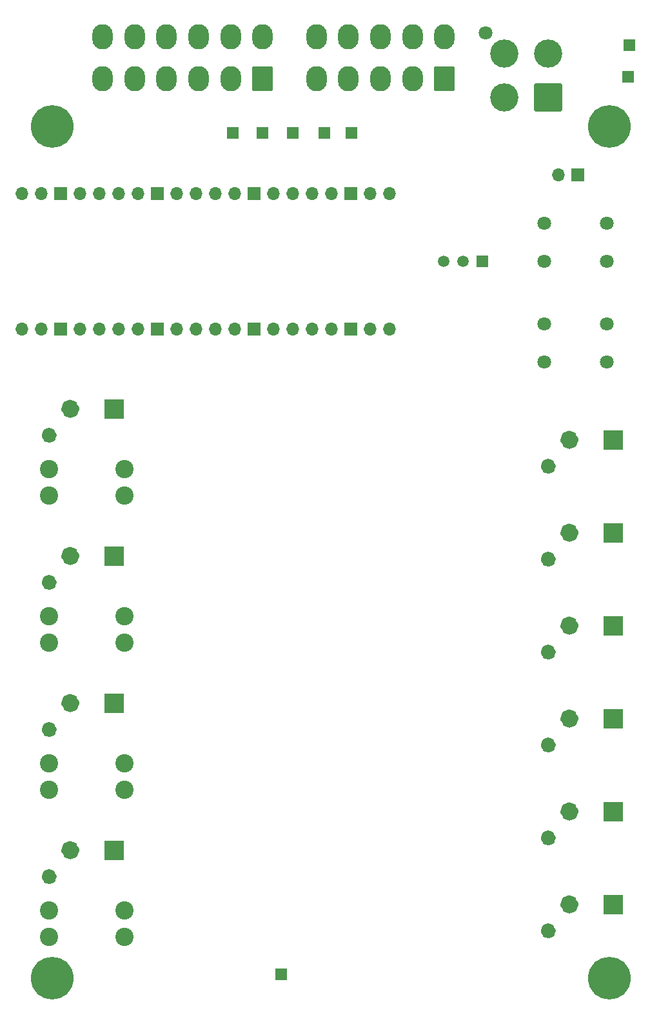
<source format=gbr>
%TF.GenerationSoftware,KiCad,Pcbnew,7.0.2*%
%TF.CreationDate,2023-09-23T20:32:53-04:00*%
%TF.ProjectId,Battery_Monitor_1.2,42617474-6572-4795-9f4d-6f6e69746f72,rev?*%
%TF.SameCoordinates,Original*%
%TF.FileFunction,Soldermask,Bot*%
%TF.FilePolarity,Negative*%
%FSLAX46Y46*%
G04 Gerber Fmt 4.6, Leading zero omitted, Abs format (unit mm)*
G04 Created by KiCad (PCBNEW 7.0.2) date 2023-09-23 20:32:53*
%MOMM*%
%LPD*%
G01*
G04 APERTURE LIST*
G04 Aperture macros list*
%AMRoundRect*
0 Rectangle with rounded corners*
0 $1 Rounding radius*
0 $2 $3 $4 $5 $6 $7 $8 $9 X,Y pos of 4 corners*
0 Add a 4 corners polygon primitive as box body*
4,1,4,$2,$3,$4,$5,$6,$7,$8,$9,$2,$3,0*
0 Add four circle primitives for the rounded corners*
1,1,$1+$1,$2,$3*
1,1,$1+$1,$4,$5*
1,1,$1+$1,$6,$7*
1,1,$1+$1,$8,$9*
0 Add four rect primitives between the rounded corners*
20,1,$1+$1,$2,$3,$4,$5,0*
20,1,$1+$1,$4,$5,$6,$7,0*
20,1,$1+$1,$6,$7,$8,$9,0*
20,1,$1+$1,$8,$9,$2,$3,0*%
G04 Aperture macros list end*
%ADD10C,0.010000*%
%ADD11C,1.226200*%
%ADD12C,0.976200*%
%ADD13R,1.500000X1.500000*%
%ADD14C,1.800000*%
%ADD15C,2.400000*%
%ADD16C,5.600000*%
%ADD17O,2.700000X3.300000*%
%ADD18RoundRect,0.250001X1.099999X1.399999X-1.099999X1.399999X-1.099999X-1.399999X1.099999X-1.399999X0*%
%ADD19O,1.700000X1.700000*%
%ADD20R,1.700000X1.700000*%
%ADD21C,1.508000*%
%ADD22R,1.508000X1.508000*%
%ADD23C,1.803400*%
%ADD24C,3.700000*%
%ADD25RoundRect,0.250002X1.599998X1.599998X-1.599998X1.599998X-1.599998X-1.599998X1.599998X-1.599998X0*%
G04 APERTURE END LIST*
%TO.C,J14*%
D10*
X89110200Y-146514200D02*
X86657800Y-146514200D01*
X86657800Y-144061800D01*
X89110200Y-144061800D01*
X89110200Y-146514200D01*
G36*
X89110200Y-146514200D02*
G01*
X86657800Y-146514200D01*
X86657800Y-144061800D01*
X89110200Y-144061800D01*
X89110200Y-146514200D01*
G37*
D11*
X82797100Y-145288000D02*
G75*
G03*
X82797100Y-145288000I-613100J0D01*
G01*
D12*
X79902100Y-148768000D02*
G75*
G03*
X79902100Y-148768000I-488100J0D01*
G01*
%TO.C,J15*%
D10*
X154642200Y-153626200D02*
X152189800Y-153626200D01*
X152189800Y-151173800D01*
X154642200Y-151173800D01*
X154642200Y-153626200D01*
G36*
X154642200Y-153626200D02*
G01*
X152189800Y-153626200D01*
X152189800Y-151173800D01*
X154642200Y-151173800D01*
X154642200Y-153626200D01*
G37*
D11*
X148329100Y-152400000D02*
G75*
G03*
X148329100Y-152400000I-613100J0D01*
G01*
D12*
X145434100Y-155880000D02*
G75*
G03*
X145434100Y-155880000I-488100J0D01*
G01*
%TO.C,J9*%
D10*
X154642200Y-92666200D02*
X152189800Y-92666200D01*
X152189800Y-90213800D01*
X154642200Y-90213800D01*
X154642200Y-92666200D01*
G36*
X154642200Y-92666200D02*
G01*
X152189800Y-92666200D01*
X152189800Y-90213800D01*
X154642200Y-90213800D01*
X154642200Y-92666200D01*
G37*
D11*
X148329100Y-91440000D02*
G75*
G03*
X148329100Y-91440000I-613100J0D01*
G01*
D12*
X145434100Y-94920000D02*
G75*
G03*
X145434100Y-94920000I-488100J0D01*
G01*
%TO.C,J12*%
D10*
X154642200Y-129242200D02*
X152189800Y-129242200D01*
X152189800Y-126789800D01*
X154642200Y-126789800D01*
X154642200Y-129242200D01*
G36*
X154642200Y-129242200D02*
G01*
X152189800Y-129242200D01*
X152189800Y-126789800D01*
X154642200Y-126789800D01*
X154642200Y-129242200D01*
G37*
D11*
X148329100Y-128016000D02*
G75*
G03*
X148329100Y-128016000I-613100J0D01*
G01*
D12*
X145434100Y-131496000D02*
G75*
G03*
X145434100Y-131496000I-488100J0D01*
G01*
%TO.C,J13*%
D10*
X154642200Y-117050200D02*
X152189800Y-117050200D01*
X152189800Y-114597800D01*
X154642200Y-114597800D01*
X154642200Y-117050200D01*
G36*
X154642200Y-117050200D02*
G01*
X152189800Y-117050200D01*
X152189800Y-114597800D01*
X154642200Y-114597800D01*
X154642200Y-117050200D01*
G37*
D11*
X148329100Y-115824000D02*
G75*
G03*
X148329100Y-115824000I-613100J0D01*
G01*
D12*
X145434100Y-119304000D02*
G75*
G03*
X145434100Y-119304000I-488100J0D01*
G01*
%TO.C,J10*%
D10*
X154642200Y-104858200D02*
X152189800Y-104858200D01*
X152189800Y-102405800D01*
X154642200Y-102405800D01*
X154642200Y-104858200D01*
G36*
X154642200Y-104858200D02*
G01*
X152189800Y-104858200D01*
X152189800Y-102405800D01*
X154642200Y-102405800D01*
X154642200Y-104858200D01*
G37*
D11*
X148329100Y-103632000D02*
G75*
G03*
X148329100Y-103632000I-613100J0D01*
G01*
D12*
X145434100Y-107112000D02*
G75*
G03*
X145434100Y-107112000I-488100J0D01*
G01*
%TO.C,J7*%
D10*
X89110200Y-107906200D02*
X86657800Y-107906200D01*
X86657800Y-105453800D01*
X89110200Y-105453800D01*
X89110200Y-107906200D01*
G36*
X89110200Y-107906200D02*
G01*
X86657800Y-107906200D01*
X86657800Y-105453800D01*
X89110200Y-105453800D01*
X89110200Y-107906200D01*
G37*
D11*
X82797100Y-106680000D02*
G75*
G03*
X82797100Y-106680000I-613100J0D01*
G01*
D12*
X79902100Y-110160000D02*
G75*
G03*
X79902100Y-110160000I-488100J0D01*
G01*
%TO.C,J11*%
D10*
X89110200Y-127210200D02*
X86657800Y-127210200D01*
X86657800Y-124757800D01*
X89110200Y-124757800D01*
X89110200Y-127210200D01*
G36*
X89110200Y-127210200D02*
G01*
X86657800Y-127210200D01*
X86657800Y-124757800D01*
X89110200Y-124757800D01*
X89110200Y-127210200D01*
G37*
D11*
X82797100Y-125984000D02*
G75*
G03*
X82797100Y-125984000I-613100J0D01*
G01*
D12*
X79902100Y-129464000D02*
G75*
G03*
X79902100Y-129464000I-488100J0D01*
G01*
%TO.C,J8*%
D10*
X89110200Y-88602200D02*
X86657800Y-88602200D01*
X86657800Y-86149800D01*
X89110200Y-86149800D01*
X89110200Y-88602200D01*
G36*
X89110200Y-88602200D02*
G01*
X86657800Y-88602200D01*
X86657800Y-86149800D01*
X89110200Y-86149800D01*
X89110200Y-88602200D01*
G37*
D11*
X82797100Y-87376000D02*
G75*
G03*
X82797100Y-87376000I-613100J0D01*
G01*
D12*
X79902100Y-90856000D02*
G75*
G03*
X79902100Y-90856000I-488100J0D01*
G01*
%TO.C,J16*%
D10*
X154642200Y-141434200D02*
X152189800Y-141434200D01*
X152189800Y-138981800D01*
X154642200Y-138981800D01*
X154642200Y-141434200D01*
G36*
X154642200Y-141434200D02*
G01*
X152189800Y-141434200D01*
X152189800Y-138981800D01*
X154642200Y-138981800D01*
X154642200Y-141434200D01*
G37*
D11*
X148329100Y-140208000D02*
G75*
G03*
X148329100Y-140208000I-613100J0D01*
G01*
D12*
X145434100Y-143688000D02*
G75*
G03*
X145434100Y-143688000I-488100J0D01*
G01*
%TD*%
D13*
%TO.C,TP6*%
X115570000Y-51181000D03*
%TD*%
D14*
%TO.C,J14*%
X79414000Y-148768000D03*
%TD*%
D13*
%TO.C,TP2*%
X107442000Y-51181000D03*
%TD*%
D15*
%TO.C,F3*%
X89288000Y-137336000D03*
X89288000Y-133936000D03*
X79368000Y-137336000D03*
X79368000Y-133936000D03*
%TD*%
D13*
%TO.C,TP5*%
X119126000Y-51181000D03*
%TD*%
D16*
%TO.C,H1*%
X79834003Y-50340997D03*
%TD*%
D13*
%TO.C,TP30*%
X109855000Y-161544000D03*
%TD*%
D17*
%TO.C,J1*%
X86442000Y-38569000D03*
X90642000Y-38569000D03*
X94842000Y-38569000D03*
X99042000Y-38569000D03*
X103242000Y-38569000D03*
X107442000Y-38569000D03*
X86442000Y-44069000D03*
X90642000Y-44069000D03*
X94842000Y-44069000D03*
X99042000Y-44069000D03*
X103242000Y-44069000D03*
D18*
X107442000Y-44069000D03*
%TD*%
D13*
%TO.C,TP3*%
X103505000Y-51181000D03*
%TD*%
D15*
%TO.C,F1*%
X89288000Y-98728000D03*
X89288000Y-95328000D03*
X79368000Y-98728000D03*
X79368000Y-95328000D03*
%TD*%
D14*
%TO.C,J15*%
X144946000Y-155880000D03*
%TD*%
D17*
%TO.C,J2*%
X114518000Y-38569000D03*
X118718000Y-38569000D03*
X122918000Y-38569000D03*
X127118000Y-38569000D03*
X131318000Y-38569000D03*
X114518000Y-44069000D03*
X118718000Y-44069000D03*
X122918000Y-44069000D03*
X127118000Y-44069000D03*
D18*
X131318000Y-44069000D03*
%TD*%
D16*
%TO.C,H4*%
X152986003Y-162100997D03*
%TD*%
D14*
%TO.C,J9*%
X144946000Y-94920000D03*
%TD*%
D19*
%TO.C,J4*%
X146309000Y-56642000D03*
D20*
X148849000Y-56642000D03*
%TD*%
D14*
%TO.C,J12*%
X144946000Y-131496000D03*
%TD*%
%TO.C,J13*%
X144946000Y-119304000D03*
%TD*%
%TO.C,J10*%
X144946000Y-107112000D03*
%TD*%
D16*
%TO.C,H2*%
X152986003Y-50340997D03*
%TD*%
D21*
%TO.C,U5*%
X131191000Y-68036000D03*
X133731000Y-68036000D03*
D22*
X136271000Y-68036000D03*
%TD*%
D15*
%TO.C,F4*%
X89288000Y-156640000D03*
X89288000Y-153240000D03*
X79368000Y-156640000D03*
X79368000Y-153240000D03*
%TD*%
D16*
%TO.C,H3*%
X79834003Y-162100997D03*
%TD*%
D23*
%TO.C,J6*%
X144407000Y-81255124D03*
X152606999Y-81255124D03*
X144407000Y-76255124D03*
X152606999Y-76255124D03*
%TD*%
D13*
%TO.C,TP7*%
X155575000Y-39624000D03*
%TD*%
D23*
%TO.C,J5*%
X144407000Y-68047124D03*
X152606999Y-68047124D03*
X144407000Y-63047124D03*
X152606999Y-63047124D03*
%TD*%
D14*
%TO.C,J7*%
X79414000Y-110160000D03*
%TD*%
D19*
%TO.C,U3*%
X75844400Y-59106791D03*
X78384400Y-59106791D03*
D20*
X80924400Y-59106791D03*
D19*
X83464400Y-59106791D03*
X86004400Y-59106791D03*
X88544400Y-59106791D03*
X91084400Y-59106791D03*
D20*
X93624400Y-59106791D03*
D19*
X96164400Y-59106791D03*
X98704400Y-59106791D03*
X101244400Y-59106791D03*
X103784400Y-59106791D03*
D20*
X106324400Y-59106791D03*
D19*
X108864400Y-59106791D03*
X111404400Y-59106791D03*
X113944400Y-59106791D03*
X116484400Y-59106791D03*
D20*
X119024400Y-59106791D03*
D19*
X121564400Y-59106791D03*
X124104400Y-59106791D03*
X124104400Y-76886791D03*
X121564400Y-76886791D03*
D20*
X119024400Y-76886791D03*
D19*
X116484400Y-76886791D03*
X113944400Y-76886791D03*
X111404400Y-76886791D03*
X108864400Y-76886791D03*
D20*
X106324400Y-76886791D03*
D19*
X103784400Y-76886791D03*
X101244400Y-76886791D03*
X98704400Y-76886791D03*
X96164400Y-76886791D03*
D20*
X93624400Y-76886791D03*
D19*
X91084400Y-76886791D03*
X88544400Y-76886791D03*
X86004400Y-76886791D03*
X83464400Y-76886791D03*
D20*
X80924400Y-76886791D03*
D19*
X78384400Y-76886791D03*
X75844400Y-76886791D03*
%TD*%
D14*
%TO.C,J11*%
X79414000Y-129464000D03*
%TD*%
%TO.C,J8*%
X79414000Y-90856000D03*
%TD*%
D13*
%TO.C,TP4*%
X111379000Y-51181000D03*
%TD*%
D24*
%TO.C,J3*%
X139207000Y-40782000D03*
X144907000Y-40782000D03*
X139207000Y-46482000D03*
D25*
X144907000Y-46482000D03*
D14*
X136727000Y-38012000D03*
%TD*%
D13*
%TO.C,TP8*%
X155448000Y-43815000D03*
%TD*%
D14*
%TO.C,J16*%
X144946000Y-143688000D03*
%TD*%
D15*
%TO.C,F2*%
X89288000Y-118032000D03*
X89288000Y-114632000D03*
X79368000Y-118032000D03*
X79368000Y-114632000D03*
%TD*%
M02*

</source>
